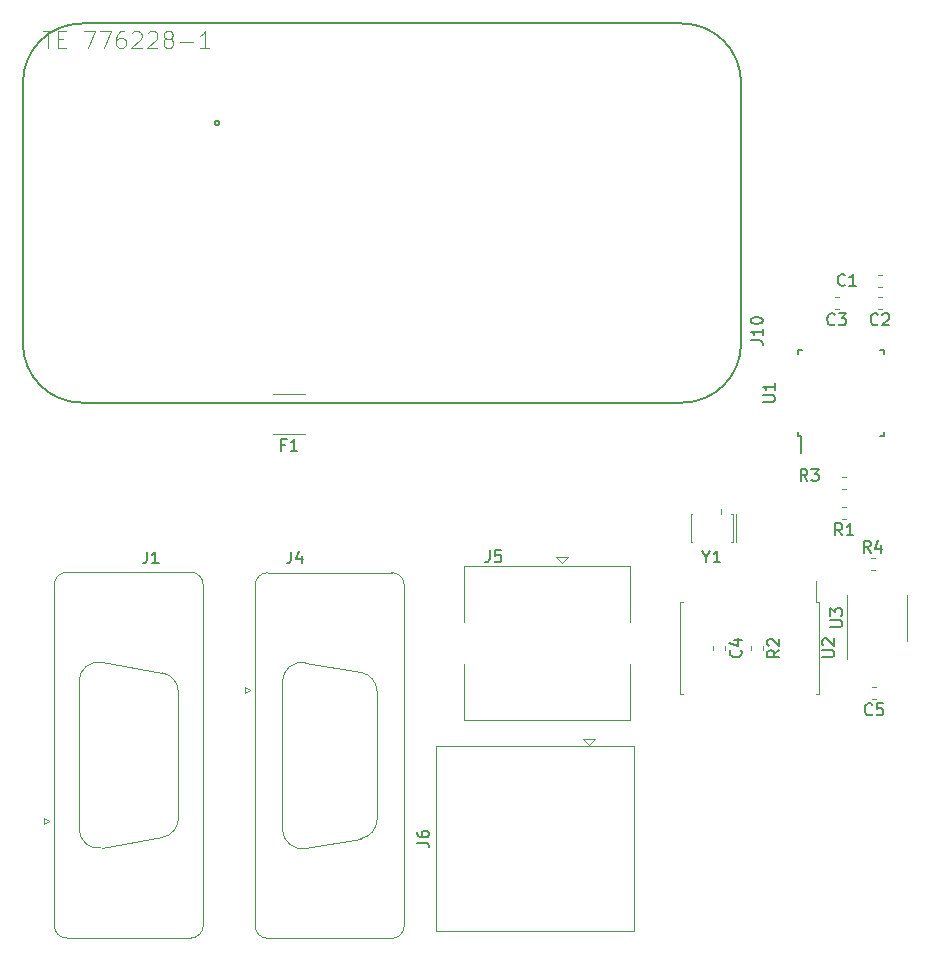
<source format=gbr>
G04 #@! TF.GenerationSoftware,KiCad,Pcbnew,5.1.5-52549c5~84~ubuntu18.04.1*
G04 #@! TF.CreationDate,2020-03-01T21:30:35-05:00*
G04 #@! TF.ProjectId,Port_Panel,506f7274-5f50-4616-9e65-6c2e6b696361,rev?*
G04 #@! TF.SameCoordinates,Original*
G04 #@! TF.FileFunction,Legend,Top*
G04 #@! TF.FilePolarity,Positive*
%FSLAX46Y46*%
G04 Gerber Fmt 4.6, Leading zero omitted, Abs format (unit mm)*
G04 Created by KiCad (PCBNEW 5.1.5-52549c5~84~ubuntu18.04.1) date 2020-03-01 21:30:35*
%MOMM*%
%LPD*%
G04 APERTURE LIST*
%ADD10C,0.120000*%
%ADD11C,0.127000*%
%ADD12C,0.150000*%
%ADD13C,0.050000*%
G04 APERTURE END LIST*
D10*
X121782252Y-69918000D02*
X119009748Y-69918000D01*
X121782252Y-73338000D02*
X119009748Y-73338000D01*
X132846000Y-115434000D02*
X132846000Y-99704000D01*
X149586000Y-115434000D02*
X132846000Y-115434000D01*
X149586000Y-99704000D02*
X132846000Y-99704000D01*
X149586000Y-115424000D02*
X149586000Y-99704000D01*
X145796000Y-99624000D02*
X146296000Y-99124000D01*
X146296000Y-99124000D02*
X145296000Y-99124000D01*
X145296000Y-99124000D02*
X145796000Y-99624000D01*
D11*
X102870000Y-38560000D02*
G75*
G03X97870000Y-43560000I0J-5000000D01*
G01*
X153670000Y-38560000D02*
X102870000Y-38560000D01*
X158670000Y-43560000D02*
G75*
G03X153670000Y-38560000I-5000000J0D01*
G01*
X158670000Y-65660000D02*
X158670000Y-43560000D01*
X153670000Y-70660000D02*
G75*
G03X158670000Y-65660000I0J5000000D01*
G01*
X102870000Y-70660000D02*
X153670000Y-70660000D01*
X97870000Y-65660000D02*
G75*
G03X102870000Y-70660000I5000000J0D01*
G01*
X97870000Y-43560000D02*
X97870000Y-65660000D01*
X114500000Y-46990000D02*
G75*
G03X114500000Y-46990000I-200000J0D01*
G01*
D10*
X143510000Y-84265000D02*
X144010000Y-83765000D01*
X144010000Y-83765000D02*
X143010000Y-83765000D01*
X143010000Y-83765000D02*
X143510000Y-84265000D01*
X135210000Y-84465000D02*
X149310000Y-84465000D01*
X149310000Y-84465000D02*
X149310000Y-89265000D01*
X149310000Y-92765000D02*
X149310000Y-97565000D01*
X149310000Y-97565000D02*
X135210000Y-97565000D01*
X135210000Y-97565000D02*
X135210000Y-92765000D01*
X135210000Y-89265000D02*
X135210000Y-84465000D01*
X154410000Y-82480000D02*
X154560000Y-82480000D01*
X154410000Y-80080000D02*
X154560000Y-80080000D01*
X156960000Y-80080000D02*
X157010000Y-80080000D01*
X158010000Y-80080000D02*
X157860000Y-80080000D01*
X158010000Y-82480000D02*
X157860000Y-82480000D01*
X158210000Y-80480000D02*
X158210000Y-80080000D01*
X158010000Y-80480000D02*
X158010000Y-80080000D01*
X154410000Y-80480000D02*
X154410000Y-80080000D01*
X158210000Y-82480000D02*
X158210000Y-80480000D01*
X156960000Y-80080000D02*
X156960000Y-79680000D01*
X158010000Y-80480000D02*
X158010000Y-82480000D01*
X154410000Y-82480000D02*
X154410000Y-80480000D01*
X172740000Y-88900000D02*
X172740000Y-86950000D01*
X172740000Y-88900000D02*
X172740000Y-90850000D01*
X167620000Y-88900000D02*
X167620000Y-86950000D01*
X167620000Y-88900000D02*
X167620000Y-92350000D01*
X153500000Y-91440000D02*
X153500000Y-95300000D01*
X153500000Y-95300000D02*
X153745000Y-95300000D01*
X153500000Y-91440000D02*
X153500000Y-87580000D01*
X153500000Y-87580000D02*
X153745000Y-87580000D01*
X165270000Y-91440000D02*
X165270000Y-95300000D01*
X165270000Y-95300000D02*
X165025000Y-95300000D01*
X165270000Y-91440000D02*
X165270000Y-87580000D01*
X165270000Y-87580000D02*
X165025000Y-87580000D01*
X165025000Y-87580000D02*
X165025000Y-85765000D01*
D12*
X163507000Y-73475000D02*
X163732000Y-73475000D01*
X163507000Y-66225000D02*
X163832000Y-66225000D01*
X170757000Y-66225000D02*
X170432000Y-66225000D01*
X170757000Y-73475000D02*
X170432000Y-73475000D01*
X163507000Y-73475000D02*
X163507000Y-73150000D01*
X170757000Y-73475000D02*
X170757000Y-73150000D01*
X170757000Y-66225000D02*
X170757000Y-66550000D01*
X163507000Y-66225000D02*
X163507000Y-66550000D01*
X163732000Y-73475000D02*
X163732000Y-74900000D01*
D10*
X169641733Y-84838000D02*
X169984267Y-84838000D01*
X169641733Y-83818000D02*
X169984267Y-83818000D01*
X167571267Y-76960000D02*
X167228733Y-76960000D01*
X167571267Y-77980000D02*
X167228733Y-77980000D01*
X159510000Y-91268733D02*
X159510000Y-91611267D01*
X160530000Y-91268733D02*
X160530000Y-91611267D01*
X167571267Y-79500000D02*
X167228733Y-79500000D01*
X167571267Y-80520000D02*
X167228733Y-80520000D01*
X117538000Y-114961000D02*
G75*
G03X118598000Y-116021000I1060000J0D01*
G01*
X118598000Y-85051000D02*
G75*
G03X117538000Y-86111000I0J-1060000D01*
G01*
X130158000Y-114961000D02*
G75*
G02X129098000Y-116021000I-1060000J0D01*
G01*
X130158000Y-86111000D02*
G75*
G03X129098000Y-85051000I-1060000J0D01*
G01*
X121786256Y-108402470D02*
G75*
G02X119838000Y-106767689I-288256J1634781D01*
G01*
X121786256Y-92669530D02*
G75*
G03X119838000Y-94304311I-288256J-1634781D01*
G01*
X126486256Y-107573733D02*
G75*
G03X127858000Y-105938952I-288256J1634781D01*
G01*
X126486256Y-93498267D02*
G75*
G02X127858000Y-95133048I-288256J-1634781D01*
G01*
X117538000Y-114961000D02*
X117538000Y-86111000D01*
X118598000Y-85051000D02*
X129098000Y-85051000D01*
X130158000Y-86111000D02*
X130158000Y-114961000D01*
X129098000Y-116021000D02*
X118598000Y-116021000D01*
X116643662Y-95246000D02*
X116643662Y-94746000D01*
X116643662Y-94746000D02*
X117076675Y-94996000D01*
X117076675Y-94996000D02*
X116643662Y-95246000D01*
X119838000Y-106767689D02*
X119838000Y-94304311D01*
X127858000Y-105938952D02*
X127858000Y-95133048D01*
X121786256Y-92669530D02*
X126486256Y-93498267D01*
X121786256Y-108402470D02*
X126486256Y-107573733D01*
X100520000Y-114930000D02*
G75*
G03X101580000Y-115990000I1060000J0D01*
G01*
X101580000Y-85020000D02*
G75*
G03X100520000Y-86080000I0J-1060000D01*
G01*
X113140000Y-114930000D02*
G75*
G02X112080000Y-115990000I-1060000J0D01*
G01*
X113140000Y-86080000D02*
G75*
G03X112080000Y-85020000I-1060000J0D01*
G01*
X104568256Y-108371470D02*
G75*
G02X102620000Y-106736689I-288256J1634781D01*
G01*
X104568256Y-92638530D02*
G75*
G03X102620000Y-94273311I-288256J-1634781D01*
G01*
X109668256Y-107472202D02*
G75*
G03X111040000Y-105837421I-288256J1634781D01*
G01*
X109668256Y-93537798D02*
G75*
G02X111040000Y-95172579I-288256J-1634781D01*
G01*
X100520000Y-114930000D02*
X100520000Y-86080000D01*
X101580000Y-85020000D02*
X112080000Y-85020000D01*
X113140000Y-86080000D02*
X113140000Y-114930000D01*
X112080000Y-115990000D02*
X101580000Y-115990000D01*
X99625662Y-106295000D02*
X99625662Y-105795000D01*
X99625662Y-105795000D02*
X100058675Y-106045000D01*
X100058675Y-106045000D02*
X99625662Y-106295000D01*
X102620000Y-106736689D02*
X102620000Y-94273311D01*
X111040000Y-105837421D02*
X111040000Y-95172579D01*
X104568256Y-92638530D02*
X109668256Y-93537798D01*
X104568256Y-108371470D02*
X109668256Y-107472202D01*
X170111267Y-94740000D02*
X169768733Y-94740000D01*
X170111267Y-95760000D02*
X169768733Y-95760000D01*
X156335000Y-91268733D02*
X156335000Y-91611267D01*
X157355000Y-91268733D02*
X157355000Y-91611267D01*
X166936267Y-61720000D02*
X166593733Y-61720000D01*
X166936267Y-62740000D02*
X166593733Y-62740000D01*
X170591267Y-61720000D02*
X170248733Y-61720000D01*
X170591267Y-62740000D02*
X170248733Y-62740000D01*
X170591267Y-59815000D02*
X170248733Y-59815000D01*
X170591267Y-60835000D02*
X170248733Y-60835000D01*
D12*
X120062666Y-74206571D02*
X119729333Y-74206571D01*
X119729333Y-74730380D02*
X119729333Y-73730380D01*
X120205523Y-73730380D01*
X121110285Y-74730380D02*
X120538857Y-74730380D01*
X120824571Y-74730380D02*
X120824571Y-73730380D01*
X120729333Y-73873238D01*
X120634095Y-73968476D01*
X120538857Y-74016095D01*
X131248380Y-107907333D02*
X131962666Y-107907333D01*
X132105523Y-107954952D01*
X132200761Y-108050190D01*
X132248380Y-108193047D01*
X132248380Y-108288285D01*
X131248380Y-107002571D02*
X131248380Y-107193047D01*
X131296000Y-107288285D01*
X131343619Y-107335904D01*
X131486476Y-107431142D01*
X131676952Y-107478761D01*
X132057904Y-107478761D01*
X132153142Y-107431142D01*
X132200761Y-107383523D01*
X132248380Y-107288285D01*
X132248380Y-107097809D01*
X132200761Y-107002571D01*
X132153142Y-106954952D01*
X132057904Y-106907333D01*
X131819809Y-106907333D01*
X131724571Y-106954952D01*
X131676952Y-107002571D01*
X131629333Y-107097809D01*
X131629333Y-107288285D01*
X131676952Y-107383523D01*
X131724571Y-107431142D01*
X131819809Y-107478761D01*
X159502380Y-65389523D02*
X160216666Y-65389523D01*
X160359523Y-65437142D01*
X160454761Y-65532380D01*
X160502380Y-65675238D01*
X160502380Y-65770476D01*
X160502380Y-64389523D02*
X160502380Y-64960952D01*
X160502380Y-64675238D02*
X159502380Y-64675238D01*
X159645238Y-64770476D01*
X159740476Y-64865714D01*
X159788095Y-64960952D01*
X159502380Y-63770476D02*
X159502380Y-63675238D01*
X159550000Y-63580000D01*
X159597619Y-63532380D01*
X159692857Y-63484761D01*
X159883333Y-63437142D01*
X160121428Y-63437142D01*
X160311904Y-63484761D01*
X160407142Y-63532380D01*
X160454761Y-63580000D01*
X160502380Y-63675238D01*
X160502380Y-63770476D01*
X160454761Y-63865714D01*
X160407142Y-63913333D01*
X160311904Y-63960952D01*
X160121428Y-64008571D01*
X159883333Y-64008571D01*
X159692857Y-63960952D01*
X159597619Y-63913333D01*
X159550000Y-63865714D01*
X159502380Y-63770476D01*
D13*
X99569350Y-39237183D02*
X100370550Y-39237183D01*
X99969950Y-40639283D02*
X99969950Y-39237183D01*
X100837916Y-39904850D02*
X101305283Y-39904850D01*
X101505583Y-40639283D02*
X100837916Y-40639283D01*
X100837916Y-39237183D01*
X101505583Y-39237183D01*
X103041216Y-39237183D02*
X103975950Y-39237183D01*
X103375050Y-40639283D01*
X104376550Y-39237183D02*
X105311283Y-39237183D01*
X104710383Y-40639283D01*
X106446316Y-39237183D02*
X106179250Y-39237183D01*
X106045716Y-39303950D01*
X105978950Y-39370716D01*
X105845416Y-39571016D01*
X105778650Y-39838083D01*
X105778650Y-40372216D01*
X105845416Y-40505750D01*
X105912183Y-40572516D01*
X106045716Y-40639283D01*
X106312783Y-40639283D01*
X106446316Y-40572516D01*
X106513083Y-40505750D01*
X106579850Y-40372216D01*
X106579850Y-40038383D01*
X106513083Y-39904850D01*
X106446316Y-39838083D01*
X106312783Y-39771316D01*
X106045716Y-39771316D01*
X105912183Y-39838083D01*
X105845416Y-39904850D01*
X105778650Y-40038383D01*
X107113983Y-39370716D02*
X107180750Y-39303950D01*
X107314283Y-39237183D01*
X107648116Y-39237183D01*
X107781650Y-39303950D01*
X107848416Y-39370716D01*
X107915183Y-39504250D01*
X107915183Y-39637783D01*
X107848416Y-39838083D01*
X107047216Y-40639283D01*
X107915183Y-40639283D01*
X108449316Y-39370716D02*
X108516083Y-39303950D01*
X108649616Y-39237183D01*
X108983450Y-39237183D01*
X109116983Y-39303950D01*
X109183750Y-39370716D01*
X109250516Y-39504250D01*
X109250516Y-39637783D01*
X109183750Y-39838083D01*
X108382550Y-40639283D01*
X109250516Y-40639283D01*
X110051716Y-39838083D02*
X109918183Y-39771316D01*
X109851416Y-39704550D01*
X109784650Y-39571016D01*
X109784650Y-39504250D01*
X109851416Y-39370716D01*
X109918183Y-39303950D01*
X110051716Y-39237183D01*
X110318783Y-39237183D01*
X110452316Y-39303950D01*
X110519083Y-39370716D01*
X110585850Y-39504250D01*
X110585850Y-39571016D01*
X110519083Y-39704550D01*
X110452316Y-39771316D01*
X110318783Y-39838083D01*
X110051716Y-39838083D01*
X109918183Y-39904850D01*
X109851416Y-39971616D01*
X109784650Y-40105150D01*
X109784650Y-40372216D01*
X109851416Y-40505750D01*
X109918183Y-40572516D01*
X110051716Y-40639283D01*
X110318783Y-40639283D01*
X110452316Y-40572516D01*
X110519083Y-40505750D01*
X110585850Y-40372216D01*
X110585850Y-40105150D01*
X110519083Y-39971616D01*
X110452316Y-39904850D01*
X110318783Y-39838083D01*
X111186750Y-40105150D02*
X112255016Y-40105150D01*
X113657116Y-40639283D02*
X112855916Y-40639283D01*
X113256516Y-40639283D02*
X113256516Y-39237183D01*
X113122983Y-39437483D01*
X112989450Y-39571016D01*
X112855916Y-39637783D01*
D12*
X137376666Y-83167380D02*
X137376666Y-83881666D01*
X137329047Y-84024523D01*
X137233809Y-84119761D01*
X137090952Y-84167380D01*
X136995714Y-84167380D01*
X138329047Y-83167380D02*
X137852857Y-83167380D01*
X137805238Y-83643571D01*
X137852857Y-83595952D01*
X137948095Y-83548333D01*
X138186190Y-83548333D01*
X138281428Y-83595952D01*
X138329047Y-83643571D01*
X138376666Y-83738809D01*
X138376666Y-83976904D01*
X138329047Y-84072142D01*
X138281428Y-84119761D01*
X138186190Y-84167380D01*
X137948095Y-84167380D01*
X137852857Y-84119761D01*
X137805238Y-84072142D01*
X155733809Y-83706190D02*
X155733809Y-84182380D01*
X155400476Y-83182380D02*
X155733809Y-83706190D01*
X156067142Y-83182380D01*
X156924285Y-84182380D02*
X156352857Y-84182380D01*
X156638571Y-84182380D02*
X156638571Y-83182380D01*
X156543333Y-83325238D01*
X156448095Y-83420476D01*
X156352857Y-83468095D01*
X166232380Y-89661904D02*
X167041904Y-89661904D01*
X167137142Y-89614285D01*
X167184761Y-89566666D01*
X167232380Y-89471428D01*
X167232380Y-89280952D01*
X167184761Y-89185714D01*
X167137142Y-89138095D01*
X167041904Y-89090476D01*
X166232380Y-89090476D01*
X166232380Y-88709523D02*
X166232380Y-88090476D01*
X166613333Y-88423809D01*
X166613333Y-88280952D01*
X166660952Y-88185714D01*
X166708571Y-88138095D01*
X166803809Y-88090476D01*
X167041904Y-88090476D01*
X167137142Y-88138095D01*
X167184761Y-88185714D01*
X167232380Y-88280952D01*
X167232380Y-88566666D01*
X167184761Y-88661904D01*
X167137142Y-88709523D01*
X165557380Y-92201904D02*
X166366904Y-92201904D01*
X166462142Y-92154285D01*
X166509761Y-92106666D01*
X166557380Y-92011428D01*
X166557380Y-91820952D01*
X166509761Y-91725714D01*
X166462142Y-91678095D01*
X166366904Y-91630476D01*
X165557380Y-91630476D01*
X165652619Y-91201904D02*
X165605000Y-91154285D01*
X165557380Y-91059047D01*
X165557380Y-90820952D01*
X165605000Y-90725714D01*
X165652619Y-90678095D01*
X165747857Y-90630476D01*
X165843095Y-90630476D01*
X165985952Y-90678095D01*
X166557380Y-91249523D01*
X166557380Y-90630476D01*
X160534380Y-70611904D02*
X161343904Y-70611904D01*
X161439142Y-70564285D01*
X161486761Y-70516666D01*
X161534380Y-70421428D01*
X161534380Y-70230952D01*
X161486761Y-70135714D01*
X161439142Y-70088095D01*
X161343904Y-70040476D01*
X160534380Y-70040476D01*
X161534380Y-69040476D02*
X161534380Y-69611904D01*
X161534380Y-69326190D02*
X160534380Y-69326190D01*
X160677238Y-69421428D01*
X160772476Y-69516666D01*
X160820095Y-69611904D01*
X169646333Y-83350380D02*
X169313000Y-82874190D01*
X169074904Y-83350380D02*
X169074904Y-82350380D01*
X169455857Y-82350380D01*
X169551095Y-82398000D01*
X169598714Y-82445619D01*
X169646333Y-82540857D01*
X169646333Y-82683714D01*
X169598714Y-82778952D01*
X169551095Y-82826571D01*
X169455857Y-82874190D01*
X169074904Y-82874190D01*
X170503476Y-82683714D02*
X170503476Y-83350380D01*
X170265380Y-82302761D02*
X170027285Y-83017047D01*
X170646333Y-83017047D01*
X164298333Y-77287380D02*
X163965000Y-76811190D01*
X163726904Y-77287380D02*
X163726904Y-76287380D01*
X164107857Y-76287380D01*
X164203095Y-76335000D01*
X164250714Y-76382619D01*
X164298333Y-76477857D01*
X164298333Y-76620714D01*
X164250714Y-76715952D01*
X164203095Y-76763571D01*
X164107857Y-76811190D01*
X163726904Y-76811190D01*
X164631666Y-76287380D02*
X165250714Y-76287380D01*
X164917380Y-76668333D01*
X165060238Y-76668333D01*
X165155476Y-76715952D01*
X165203095Y-76763571D01*
X165250714Y-76858809D01*
X165250714Y-77096904D01*
X165203095Y-77192142D01*
X165155476Y-77239761D01*
X165060238Y-77287380D01*
X164774523Y-77287380D01*
X164679285Y-77239761D01*
X164631666Y-77192142D01*
X161902380Y-91606666D02*
X161426190Y-91940000D01*
X161902380Y-92178095D02*
X160902380Y-92178095D01*
X160902380Y-91797142D01*
X160950000Y-91701904D01*
X160997619Y-91654285D01*
X161092857Y-91606666D01*
X161235714Y-91606666D01*
X161330952Y-91654285D01*
X161378571Y-91701904D01*
X161426190Y-91797142D01*
X161426190Y-92178095D01*
X160997619Y-91225714D02*
X160950000Y-91178095D01*
X160902380Y-91082857D01*
X160902380Y-90844761D01*
X160950000Y-90749523D01*
X160997619Y-90701904D01*
X161092857Y-90654285D01*
X161188095Y-90654285D01*
X161330952Y-90701904D01*
X161902380Y-91273333D01*
X161902380Y-90654285D01*
X167233333Y-81892380D02*
X166900000Y-81416190D01*
X166661904Y-81892380D02*
X166661904Y-80892380D01*
X167042857Y-80892380D01*
X167138095Y-80940000D01*
X167185714Y-80987619D01*
X167233333Y-81082857D01*
X167233333Y-81225714D01*
X167185714Y-81320952D01*
X167138095Y-81368571D01*
X167042857Y-81416190D01*
X166661904Y-81416190D01*
X168185714Y-81892380D02*
X167614285Y-81892380D01*
X167900000Y-81892380D02*
X167900000Y-80892380D01*
X167804761Y-81035238D01*
X167709523Y-81130476D01*
X167614285Y-81178095D01*
X120570666Y-83272380D02*
X120570666Y-83986666D01*
X120523047Y-84129523D01*
X120427809Y-84224761D01*
X120284952Y-84272380D01*
X120189714Y-84272380D01*
X121475428Y-83605714D02*
X121475428Y-84272380D01*
X121237333Y-83224761D02*
X120999238Y-83939047D01*
X121618285Y-83939047D01*
X108378666Y-83272380D02*
X108378666Y-83986666D01*
X108331047Y-84129523D01*
X108235809Y-84224761D01*
X108092952Y-84272380D01*
X107997714Y-84272380D01*
X109378666Y-84272380D02*
X108807238Y-84272380D01*
X109092952Y-84272380D02*
X109092952Y-83272380D01*
X108997714Y-83415238D01*
X108902476Y-83510476D01*
X108807238Y-83558095D01*
X169773333Y-97037142D02*
X169725714Y-97084761D01*
X169582857Y-97132380D01*
X169487619Y-97132380D01*
X169344761Y-97084761D01*
X169249523Y-96989523D01*
X169201904Y-96894285D01*
X169154285Y-96703809D01*
X169154285Y-96560952D01*
X169201904Y-96370476D01*
X169249523Y-96275238D01*
X169344761Y-96180000D01*
X169487619Y-96132380D01*
X169582857Y-96132380D01*
X169725714Y-96180000D01*
X169773333Y-96227619D01*
X170678095Y-96132380D02*
X170201904Y-96132380D01*
X170154285Y-96608571D01*
X170201904Y-96560952D01*
X170297142Y-96513333D01*
X170535238Y-96513333D01*
X170630476Y-96560952D01*
X170678095Y-96608571D01*
X170725714Y-96703809D01*
X170725714Y-96941904D01*
X170678095Y-97037142D01*
X170630476Y-97084761D01*
X170535238Y-97132380D01*
X170297142Y-97132380D01*
X170201904Y-97084761D01*
X170154285Y-97037142D01*
X158632142Y-91606666D02*
X158679761Y-91654285D01*
X158727380Y-91797142D01*
X158727380Y-91892380D01*
X158679761Y-92035238D01*
X158584523Y-92130476D01*
X158489285Y-92178095D01*
X158298809Y-92225714D01*
X158155952Y-92225714D01*
X157965476Y-92178095D01*
X157870238Y-92130476D01*
X157775000Y-92035238D01*
X157727380Y-91892380D01*
X157727380Y-91797142D01*
X157775000Y-91654285D01*
X157822619Y-91606666D01*
X158060714Y-90749523D02*
X158727380Y-90749523D01*
X157679761Y-90987619D02*
X158394047Y-91225714D01*
X158394047Y-90606666D01*
X166598333Y-64017142D02*
X166550714Y-64064761D01*
X166407857Y-64112380D01*
X166312619Y-64112380D01*
X166169761Y-64064761D01*
X166074523Y-63969523D01*
X166026904Y-63874285D01*
X165979285Y-63683809D01*
X165979285Y-63540952D01*
X166026904Y-63350476D01*
X166074523Y-63255238D01*
X166169761Y-63160000D01*
X166312619Y-63112380D01*
X166407857Y-63112380D01*
X166550714Y-63160000D01*
X166598333Y-63207619D01*
X166931666Y-63112380D02*
X167550714Y-63112380D01*
X167217380Y-63493333D01*
X167360238Y-63493333D01*
X167455476Y-63540952D01*
X167503095Y-63588571D01*
X167550714Y-63683809D01*
X167550714Y-63921904D01*
X167503095Y-64017142D01*
X167455476Y-64064761D01*
X167360238Y-64112380D01*
X167074523Y-64112380D01*
X166979285Y-64064761D01*
X166931666Y-64017142D01*
X170253333Y-64017142D02*
X170205714Y-64064761D01*
X170062857Y-64112380D01*
X169967619Y-64112380D01*
X169824761Y-64064761D01*
X169729523Y-63969523D01*
X169681904Y-63874285D01*
X169634285Y-63683809D01*
X169634285Y-63540952D01*
X169681904Y-63350476D01*
X169729523Y-63255238D01*
X169824761Y-63160000D01*
X169967619Y-63112380D01*
X170062857Y-63112380D01*
X170205714Y-63160000D01*
X170253333Y-63207619D01*
X170634285Y-63207619D02*
X170681904Y-63160000D01*
X170777142Y-63112380D01*
X171015238Y-63112380D01*
X171110476Y-63160000D01*
X171158095Y-63207619D01*
X171205714Y-63302857D01*
X171205714Y-63398095D01*
X171158095Y-63540952D01*
X170586666Y-64112380D01*
X171205714Y-64112380D01*
X167473333Y-60682142D02*
X167425714Y-60729761D01*
X167282857Y-60777380D01*
X167187619Y-60777380D01*
X167044761Y-60729761D01*
X166949523Y-60634523D01*
X166901904Y-60539285D01*
X166854285Y-60348809D01*
X166854285Y-60205952D01*
X166901904Y-60015476D01*
X166949523Y-59920238D01*
X167044761Y-59825000D01*
X167187619Y-59777380D01*
X167282857Y-59777380D01*
X167425714Y-59825000D01*
X167473333Y-59872619D01*
X168425714Y-60777380D02*
X167854285Y-60777380D01*
X168140000Y-60777380D02*
X168140000Y-59777380D01*
X168044761Y-59920238D01*
X167949523Y-60015476D01*
X167854285Y-60063095D01*
M02*

</source>
